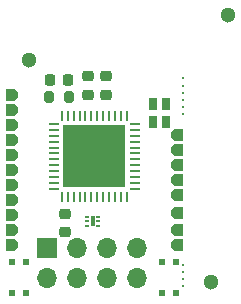
<source format=gbr>
%TF.GenerationSoftware,KiCad,Pcbnew,(6.0.7)*%
%TF.CreationDate,2023-02-02T23:10:42+01:00*%
%TF.ProjectId,ESP31-01_V4,45535033-312d-4303-915f-56342e6b6963,rev?*%
%TF.SameCoordinates,Original*%
%TF.FileFunction,Soldermask,Top*%
%TF.FilePolarity,Negative*%
%FSLAX46Y46*%
G04 Gerber Fmt 4.6, Leading zero omitted, Abs format (unit mm)*
G04 Created by KiCad (PCBNEW (6.0.7)) date 2023-02-02 23:10:42*
%MOMM*%
%LPD*%
G01*
G04 APERTURE LIST*
G04 Aperture macros list*
%AMRoundRect*
0 Rectangle with rounded corners*
0 $1 Rounding radius*
0 $2 $3 $4 $5 $6 $7 $8 $9 X,Y pos of 4 corners*
0 Add a 4 corners polygon primitive as box body*
4,1,4,$2,$3,$4,$5,$6,$7,$8,$9,$2,$3,0*
0 Add four circle primitives for the rounded corners*
1,1,$1+$1,$2,$3*
1,1,$1+$1,$4,$5*
1,1,$1+$1,$6,$7*
1,1,$1+$1,$8,$9*
0 Add four rect primitives between the rounded corners*
20,1,$1+$1,$2,$3,$4,$5,0*
20,1,$1+$1,$4,$5,$6,$7,0*
20,1,$1+$1,$6,$7,$8,$9,0*
20,1,$1+$1,$8,$9,$2,$3,0*%
%AMOutline5P*
0 Free polygon, 5 corners , with rotation*
0 The origin of the aperture is its center*
0 number of corners: always 5*
0 $1 to $10 corner X, Y*
0 $11 Rotation angle, in degrees counterclockwise*
0 create outline with 5 corners*
4,1,5,$1,$2,$3,$4,$5,$6,$7,$8,$9,$10,$1,$2,$11*%
%AMOutline6P*
0 Free polygon, 6 corners , with rotation*
0 The origin of the aperture is its center*
0 number of corners: always 6*
0 $1 to $12 corner X, Y*
0 $13 Rotation angle, in degrees counterclockwise*
0 create outline with 6 corners*
4,1,6,$1,$2,$3,$4,$5,$6,$7,$8,$9,$10,$11,$12,$1,$2,$13*%
%AMOutline7P*
0 Free polygon, 7 corners , with rotation*
0 The origin of the aperture is its center*
0 number of corners: always 7*
0 $1 to $14 corner X, Y*
0 $15 Rotation angle, in degrees counterclockwise*
0 create outline with 7 corners*
4,1,7,$1,$2,$3,$4,$5,$6,$7,$8,$9,$10,$11,$12,$13,$14,$1,$2,$15*%
%AMOutline8P*
0 Free polygon, 8 corners , with rotation*
0 The origin of the aperture is its center*
0 number of corners: always 8*
0 $1 to $16 corner X, Y*
0 $17 Rotation angle, in degrees counterclockwise*
0 create outline with 8 corners*
4,1,8,$1,$2,$3,$4,$5,$6,$7,$8,$9,$10,$11,$12,$13,$14,$15,$16,$1,$2,$17*%
G04 Aperture macros list end*
%ADD10R,0.350000X0.180000*%
%ADD11R,0.300000X0.940000*%
%ADD12RoundRect,0.225000X0.250000X-0.225000X0.250000X0.225000X-0.250000X0.225000X-0.250000X-0.225000X0*%
%ADD13Outline6P,-0.500000X0.500000X0.250000X0.500000X0.500000X0.250000X0.500000X-0.250000X0.250000X-0.500000X-0.500000X-0.500000X180.000000*%
%ADD14Outline6P,-0.500000X0.500000X0.250000X0.500000X0.500000X0.250000X0.500000X-0.250000X0.250000X-0.500000X-0.500000X-0.500000X0.000000*%
%ADD15RoundRect,0.225000X-0.225000X-0.250000X0.225000X-0.250000X0.225000X0.250000X-0.225000X0.250000X0*%
%ADD16C,1.300000*%
%ADD17C,0.300000*%
%ADD18RoundRect,0.225000X-0.250000X0.225000X-0.250000X-0.225000X0.250000X-0.225000X0.250000X0.225000X0*%
%ADD19RoundRect,0.062500X-0.062500X0.337500X-0.062500X-0.337500X0.062500X-0.337500X0.062500X0.337500X0*%
%ADD20RoundRect,0.062500X-0.337500X0.062500X-0.337500X-0.062500X0.337500X-0.062500X0.337500X0.062500X0*%
%ADD21R,5.300000X5.300000*%
%ADD22RoundRect,0.200000X0.200000X0.275000X-0.200000X0.275000X-0.200000X-0.275000X0.200000X-0.275000X0*%
%ADD23R,0.600000X0.600000*%
%ADD24R,0.800000X1.000000*%
%ADD25R,1.700000X1.700000*%
%ADD26O,1.700000X1.700000*%
G04 APERTURE END LIST*
D10*
%TO.C,U1*%
X111825000Y-108900000D03*
X111825000Y-108500000D03*
X111825000Y-108100000D03*
X110875000Y-108100000D03*
X110875000Y-108500000D03*
X110875000Y-108900000D03*
D11*
X111350000Y-108500000D03*
%TD*%
D12*
%TO.C,C1*%
X109000000Y-109425000D03*
X109000000Y-107875000D03*
%TD*%
D13*
%TO.C,J5*%
X118500000Y-107780000D03*
%TD*%
%TO.C,J10*%
X118500000Y-101180000D03*
%TD*%
%TO.C,J7*%
X118500000Y-109230000D03*
%TD*%
D14*
%TO.C,J18*%
X104500000Y-102870000D03*
%TD*%
D13*
%TO.C,J9*%
X118500000Y-103720000D03*
%TD*%
D15*
%TO.C,C2*%
X107725000Y-96500000D03*
X109275000Y-96500000D03*
%TD*%
D13*
%TO.C,J6*%
X118500000Y-110500000D03*
%TD*%
%TO.C,J12*%
X118500000Y-104990000D03*
%TD*%
D14*
%TO.C,J19*%
X104500000Y-100330000D03*
%TD*%
D16*
%TO.C,REF\u002A\u002A*%
X106000000Y-94800000D03*
%TD*%
D17*
%TO.C,REF\u002A\u002A*%
X119000000Y-99400000D03*
%TD*%
%TO.C,*%
X119000000Y-112200000D03*
%TD*%
D14*
%TO.C,J13*%
X104500000Y-107950000D03*
%TD*%
D18*
%TO.C,C3*%
X111000000Y-96225000D03*
X111000000Y-97775000D03*
%TD*%
D16*
%TO.C,*%
X122800000Y-91000000D03*
%TD*%
D18*
%TO.C,C4*%
X112500000Y-96225000D03*
X112500000Y-97775000D03*
%TD*%
D17*
%TO.C,*%
X119000000Y-98800000D03*
%TD*%
D14*
%TO.C,J15*%
X104500000Y-110490000D03*
%TD*%
%TO.C,J17*%
X104500000Y-106680000D03*
%TD*%
%TO.C,J14*%
X104500000Y-109220000D03*
%TD*%
D13*
%TO.C,J8*%
X118500000Y-106260000D03*
%TD*%
D17*
%TO.C,*%
X119000000Y-96400000D03*
%TD*%
D19*
%TO.C,U2*%
X114250000Y-99550000D03*
X113750000Y-99550000D03*
X113250000Y-99550000D03*
X112750000Y-99550000D03*
X112250000Y-99550000D03*
X111750000Y-99550000D03*
X111250000Y-99550000D03*
X110750000Y-99550000D03*
X110250000Y-99550000D03*
X109750000Y-99550000D03*
X109250000Y-99550000D03*
X108750000Y-99550000D03*
D20*
X108050000Y-100250000D03*
X108050000Y-100750000D03*
X108050000Y-101250000D03*
X108050000Y-101750000D03*
X108050000Y-102250000D03*
X108050000Y-102750000D03*
X108050000Y-103250000D03*
X108050000Y-103750000D03*
X108050000Y-104250000D03*
X108050000Y-104750000D03*
X108050000Y-105250000D03*
X108050000Y-105750000D03*
D19*
X108750000Y-106450000D03*
X109250000Y-106450000D03*
X109750000Y-106450000D03*
X110250000Y-106450000D03*
X110750000Y-106450000D03*
X111250000Y-106450000D03*
X111750000Y-106450000D03*
X112250000Y-106450000D03*
X112750000Y-106450000D03*
X113250000Y-106450000D03*
X113750000Y-106450000D03*
X114250000Y-106450000D03*
D20*
X114950000Y-105750000D03*
X114950000Y-105250000D03*
X114950000Y-104750000D03*
X114950000Y-104250000D03*
X114950000Y-103750000D03*
X114950000Y-103250000D03*
X114950000Y-102750000D03*
X114950000Y-102250000D03*
X114950000Y-101750000D03*
X114950000Y-101250000D03*
X114950000Y-100750000D03*
X114950000Y-100250000D03*
D21*
X111500000Y-103000000D03*
%TD*%
D14*
%TO.C,J3*%
X104500000Y-105410000D03*
%TD*%
%TO.C,J4*%
X104500000Y-104140000D03*
%TD*%
D13*
%TO.C,J11*%
X118500000Y-102450000D03*
%TD*%
D22*
%TO.C,R1*%
X109325000Y-98000000D03*
X107675000Y-98000000D03*
%TD*%
D16*
%TO.C,*%
X121400000Y-113600000D03*
%TD*%
D23*
%TO.C,SW1*%
X118456000Y-111984000D03*
X118456000Y-114584000D03*
X117256000Y-114584000D03*
X117256000Y-111984000D03*
%TD*%
D17*
%TO.C,*%
X119000000Y-113400000D03*
%TD*%
D23*
%TO.C,SW2*%
X104556000Y-111984000D03*
X104556000Y-114584000D03*
X105756000Y-114584000D03*
X105756000Y-111984000D03*
%TD*%
D17*
%TO.C,*%
X119000000Y-98200000D03*
%TD*%
D14*
%TO.C,J1*%
X104500000Y-97790000D03*
%TD*%
D17*
%TO.C,*%
X119000000Y-97000000D03*
%TD*%
D14*
%TO.C,J16*%
X104500000Y-101600000D03*
%TD*%
D17*
%TO.C,*%
X119000000Y-97600000D03*
%TD*%
D24*
%TO.C,D1*%
X117550000Y-98590000D03*
X116450000Y-98590000D03*
X116450000Y-100090000D03*
X117550000Y-100090000D03*
%TD*%
D14*
%TO.C,J2*%
X104500000Y-99060000D03*
%TD*%
D17*
%TO.C,*%
X119000000Y-112800000D03*
%TD*%
%TO.C,*%
X119000000Y-114000000D03*
%TD*%
D25*
%TO.C,J20*%
X107500000Y-110725000D03*
D26*
X107500000Y-113265000D03*
X110040000Y-110725000D03*
X110040000Y-113265000D03*
X112580000Y-110725000D03*
X112580000Y-113265000D03*
X115120000Y-110725000D03*
X115120000Y-113265000D03*
%TD*%
M02*

</source>
